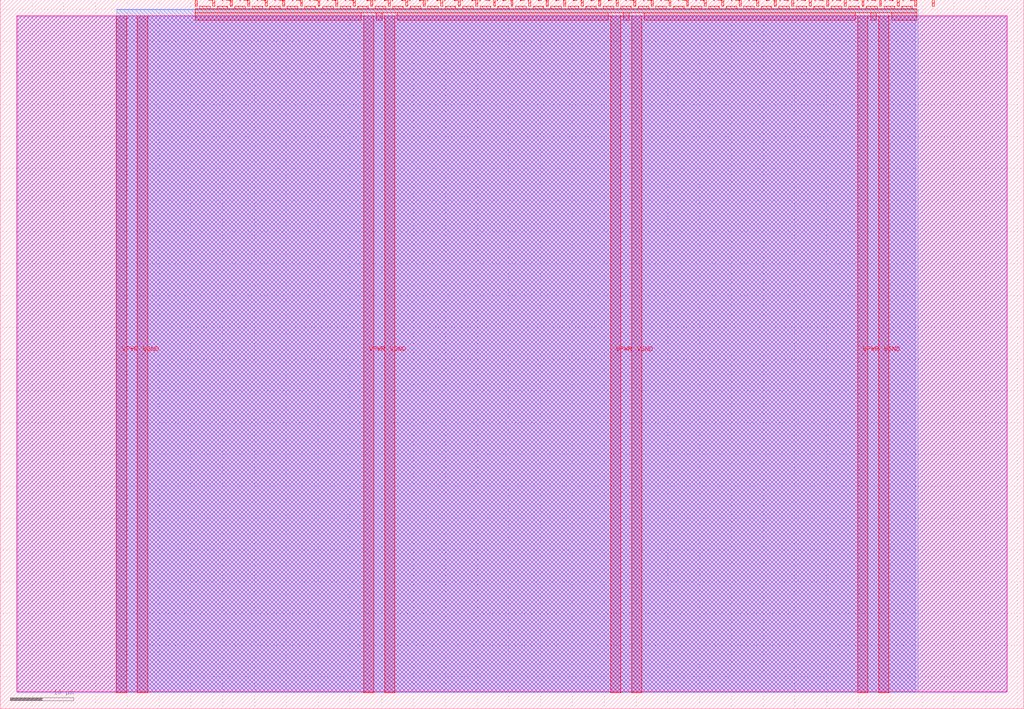
<source format=lef>
VERSION 5.7 ;
  NOWIREEXTENSIONATPIN ON ;
  DIVIDERCHAR "/" ;
  BUSBITCHARS "[]" ;
MACRO tt_um_wokwi_413387224567846913
  CLASS BLOCK ;
  FOREIGN tt_um_wokwi_413387224567846913 ;
  ORIGIN 0.000 0.000 ;
  SIZE 161.000 BY 111.520 ;
  PIN VGND
    DIRECTION INOUT ;
    USE GROUND ;
    PORT
      LAYER met4 ;
        RECT 21.580 2.480 23.180 109.040 ;
    END
    PORT
      LAYER met4 ;
        RECT 60.450 2.480 62.050 109.040 ;
    END
    PORT
      LAYER met4 ;
        RECT 99.320 2.480 100.920 109.040 ;
    END
    PORT
      LAYER met4 ;
        RECT 138.190 2.480 139.790 109.040 ;
    END
  END VGND
  PIN VPWR
    DIRECTION INOUT ;
    USE POWER ;
    PORT
      LAYER met4 ;
        RECT 18.280 2.480 19.880 109.040 ;
    END
    PORT
      LAYER met4 ;
        RECT 57.150 2.480 58.750 109.040 ;
    END
    PORT
      LAYER met4 ;
        RECT 96.020 2.480 97.620 109.040 ;
    END
    PORT
      LAYER met4 ;
        RECT 134.890 2.480 136.490 109.040 ;
    END
  END VPWR
  PIN clk
    DIRECTION INPUT ;
    USE SIGNAL ;
    ANTENNAGATEAREA 0.159000 ;
    PORT
      LAYER met4 ;
        RECT 143.830 110.520 144.130 111.520 ;
    END
  END clk
  PIN ena
    DIRECTION INPUT ;
    USE SIGNAL ;
    PORT
      LAYER met4 ;
        RECT 146.590 110.520 146.890 111.520 ;
    END
  END ena
  PIN rst_n
    DIRECTION INPUT ;
    USE SIGNAL ;
    PORT
      LAYER met4 ;
        RECT 141.070 110.520 141.370 111.520 ;
    END
  END rst_n
  PIN ui_in[0]
    DIRECTION INPUT ;
    USE SIGNAL ;
    PORT
      LAYER met4 ;
        RECT 138.310 110.520 138.610 111.520 ;
    END
  END ui_in[0]
  PIN ui_in[1]
    DIRECTION INPUT ;
    USE SIGNAL ;
    PORT
      LAYER met4 ;
        RECT 135.550 110.520 135.850 111.520 ;
    END
  END ui_in[1]
  PIN ui_in[2]
    DIRECTION INPUT ;
    USE SIGNAL ;
    PORT
      LAYER met4 ;
        RECT 132.790 110.520 133.090 111.520 ;
    END
  END ui_in[2]
  PIN ui_in[3]
    DIRECTION INPUT ;
    USE SIGNAL ;
    PORT
      LAYER met4 ;
        RECT 130.030 110.520 130.330 111.520 ;
    END
  END ui_in[3]
  PIN ui_in[4]
    DIRECTION INPUT ;
    USE SIGNAL ;
    PORT
      LAYER met4 ;
        RECT 127.270 110.520 127.570 111.520 ;
    END
  END ui_in[4]
  PIN ui_in[5]
    DIRECTION INPUT ;
    USE SIGNAL ;
    PORT
      LAYER met4 ;
        RECT 124.510 110.520 124.810 111.520 ;
    END
  END ui_in[5]
  PIN ui_in[6]
    DIRECTION INPUT ;
    USE SIGNAL ;
    PORT
      LAYER met4 ;
        RECT 121.750 110.520 122.050 111.520 ;
    END
  END ui_in[6]
  PIN ui_in[7]
    DIRECTION INPUT ;
    USE SIGNAL ;
    PORT
      LAYER met4 ;
        RECT 118.990 110.520 119.290 111.520 ;
    END
  END ui_in[7]
  PIN uio_in[0]
    DIRECTION INPUT ;
    USE SIGNAL ;
    PORT
      LAYER met4 ;
        RECT 116.230 110.520 116.530 111.520 ;
    END
  END uio_in[0]
  PIN uio_in[1]
    DIRECTION INPUT ;
    USE SIGNAL ;
    PORT
      LAYER met4 ;
        RECT 113.470 110.520 113.770 111.520 ;
    END
  END uio_in[1]
  PIN uio_in[2]
    DIRECTION INPUT ;
    USE SIGNAL ;
    PORT
      LAYER met4 ;
        RECT 110.710 110.520 111.010 111.520 ;
    END
  END uio_in[2]
  PIN uio_in[3]
    DIRECTION INPUT ;
    USE SIGNAL ;
    PORT
      LAYER met4 ;
        RECT 107.950 110.520 108.250 111.520 ;
    END
  END uio_in[3]
  PIN uio_in[4]
    DIRECTION INPUT ;
    USE SIGNAL ;
    PORT
      LAYER met4 ;
        RECT 105.190 110.520 105.490 111.520 ;
    END
  END uio_in[4]
  PIN uio_in[5]
    DIRECTION INPUT ;
    USE SIGNAL ;
    PORT
      LAYER met4 ;
        RECT 102.430 110.520 102.730 111.520 ;
    END
  END uio_in[5]
  PIN uio_in[6]
    DIRECTION INPUT ;
    USE SIGNAL ;
    PORT
      LAYER met4 ;
        RECT 99.670 110.520 99.970 111.520 ;
    END
  END uio_in[6]
  PIN uio_in[7]
    DIRECTION INPUT ;
    USE SIGNAL ;
    PORT
      LAYER met4 ;
        RECT 96.910 110.520 97.210 111.520 ;
    END
  END uio_in[7]
  PIN uio_oe[0]
    DIRECTION OUTPUT ;
    USE SIGNAL ;
    PORT
      LAYER met4 ;
        RECT 49.990 110.520 50.290 111.520 ;
    END
  END uio_oe[0]
  PIN uio_oe[1]
    DIRECTION OUTPUT ;
    USE SIGNAL ;
    PORT
      LAYER met4 ;
        RECT 47.230 110.520 47.530 111.520 ;
    END
  END uio_oe[1]
  PIN uio_oe[2]
    DIRECTION OUTPUT ;
    USE SIGNAL ;
    PORT
      LAYER met4 ;
        RECT 44.470 110.520 44.770 111.520 ;
    END
  END uio_oe[2]
  PIN uio_oe[3]
    DIRECTION OUTPUT ;
    USE SIGNAL ;
    PORT
      LAYER met4 ;
        RECT 41.710 110.520 42.010 111.520 ;
    END
  END uio_oe[3]
  PIN uio_oe[4]
    DIRECTION OUTPUT ;
    USE SIGNAL ;
    PORT
      LAYER met4 ;
        RECT 38.950 110.520 39.250 111.520 ;
    END
  END uio_oe[4]
  PIN uio_oe[5]
    DIRECTION OUTPUT ;
    USE SIGNAL ;
    PORT
      LAYER met4 ;
        RECT 36.190 110.520 36.490 111.520 ;
    END
  END uio_oe[5]
  PIN uio_oe[6]
    DIRECTION OUTPUT ;
    USE SIGNAL ;
    PORT
      LAYER met4 ;
        RECT 33.430 110.520 33.730 111.520 ;
    END
  END uio_oe[6]
  PIN uio_oe[7]
    DIRECTION OUTPUT ;
    USE SIGNAL ;
    PORT
      LAYER met4 ;
        RECT 30.670 110.520 30.970 111.520 ;
    END
  END uio_oe[7]
  PIN uio_out[0]
    DIRECTION OUTPUT ;
    USE SIGNAL ;
    PORT
      LAYER met4 ;
        RECT 72.070 110.520 72.370 111.520 ;
    END
  END uio_out[0]
  PIN uio_out[1]
    DIRECTION OUTPUT ;
    USE SIGNAL ;
    PORT
      LAYER met4 ;
        RECT 69.310 110.520 69.610 111.520 ;
    END
  END uio_out[1]
  PIN uio_out[2]
    DIRECTION OUTPUT ;
    USE SIGNAL ;
    PORT
      LAYER met4 ;
        RECT 66.550 110.520 66.850 111.520 ;
    END
  END uio_out[2]
  PIN uio_out[3]
    DIRECTION OUTPUT ;
    USE SIGNAL ;
    PORT
      LAYER met4 ;
        RECT 63.790 110.520 64.090 111.520 ;
    END
  END uio_out[3]
  PIN uio_out[4]
    DIRECTION OUTPUT ;
    USE SIGNAL ;
    PORT
      LAYER met4 ;
        RECT 61.030 110.520 61.330 111.520 ;
    END
  END uio_out[4]
  PIN uio_out[5]
    DIRECTION OUTPUT ;
    USE SIGNAL ;
    PORT
      LAYER met4 ;
        RECT 58.270 110.520 58.570 111.520 ;
    END
  END uio_out[5]
  PIN uio_out[6]
    DIRECTION OUTPUT ;
    USE SIGNAL ;
    PORT
      LAYER met4 ;
        RECT 55.510 110.520 55.810 111.520 ;
    END
  END uio_out[6]
  PIN uio_out[7]
    DIRECTION OUTPUT ;
    USE SIGNAL ;
    PORT
      LAYER met4 ;
        RECT 52.750 110.520 53.050 111.520 ;
    END
  END uio_out[7]
  PIN uo_out[0]
    DIRECTION OUTPUT ;
    USE SIGNAL ;
    ANTENNADIFFAREA 0.445500 ;
    PORT
      LAYER met4 ;
        RECT 94.150 110.520 94.450 111.520 ;
    END
  END uo_out[0]
  PIN uo_out[1]
    DIRECTION OUTPUT ;
    USE SIGNAL ;
    ANTENNADIFFAREA 0.445500 ;
    PORT
      LAYER met4 ;
        RECT 91.390 110.520 91.690 111.520 ;
    END
  END uo_out[1]
  PIN uo_out[2]
    DIRECTION OUTPUT ;
    USE SIGNAL ;
    ANTENNADIFFAREA 0.445500 ;
    PORT
      LAYER met4 ;
        RECT 88.630 110.520 88.930 111.520 ;
    END
  END uo_out[2]
  PIN uo_out[3]
    DIRECTION OUTPUT ;
    USE SIGNAL ;
    ANTENNADIFFAREA 0.445500 ;
    PORT
      LAYER met4 ;
        RECT 85.870 110.520 86.170 111.520 ;
    END
  END uo_out[3]
  PIN uo_out[4]
    DIRECTION OUTPUT ;
    USE SIGNAL ;
    ANTENNADIFFAREA 0.445500 ;
    PORT
      LAYER met4 ;
        RECT 83.110 110.520 83.410 111.520 ;
    END
  END uo_out[4]
  PIN uo_out[5]
    DIRECTION OUTPUT ;
    USE SIGNAL ;
    ANTENNADIFFAREA 0.445500 ;
    PORT
      LAYER met4 ;
        RECT 80.350 110.520 80.650 111.520 ;
    END
  END uo_out[5]
  PIN uo_out[6]
    DIRECTION OUTPUT ;
    USE SIGNAL ;
    ANTENNADIFFAREA 0.445500 ;
    PORT
      LAYER met4 ;
        RECT 77.590 110.520 77.890 111.520 ;
    END
  END uo_out[6]
  PIN uo_out[7]
    DIRECTION OUTPUT ;
    USE SIGNAL ;
    PORT
      LAYER met4 ;
        RECT 74.830 110.520 75.130 111.520 ;
    END
  END uo_out[7]
  OBS
      LAYER nwell ;
        RECT 2.570 2.635 158.430 108.990 ;
      LAYER li1 ;
        RECT 2.760 2.635 158.240 108.885 ;
      LAYER met1 ;
        RECT 2.760 2.480 158.240 109.040 ;
      LAYER met2 ;
        RECT 18.310 2.535 143.890 110.005 ;
      LAYER met3 ;
        RECT 18.290 2.555 144.370 109.985 ;
      LAYER met4 ;
        RECT 31.370 110.120 33.030 110.520 ;
        RECT 34.130 110.120 35.790 110.520 ;
        RECT 36.890 110.120 38.550 110.520 ;
        RECT 39.650 110.120 41.310 110.520 ;
        RECT 42.410 110.120 44.070 110.520 ;
        RECT 45.170 110.120 46.830 110.520 ;
        RECT 47.930 110.120 49.590 110.520 ;
        RECT 50.690 110.120 52.350 110.520 ;
        RECT 53.450 110.120 55.110 110.520 ;
        RECT 56.210 110.120 57.870 110.520 ;
        RECT 58.970 110.120 60.630 110.520 ;
        RECT 61.730 110.120 63.390 110.520 ;
        RECT 64.490 110.120 66.150 110.520 ;
        RECT 67.250 110.120 68.910 110.520 ;
        RECT 70.010 110.120 71.670 110.520 ;
        RECT 72.770 110.120 74.430 110.520 ;
        RECT 75.530 110.120 77.190 110.520 ;
        RECT 78.290 110.120 79.950 110.520 ;
        RECT 81.050 110.120 82.710 110.520 ;
        RECT 83.810 110.120 85.470 110.520 ;
        RECT 86.570 110.120 88.230 110.520 ;
        RECT 89.330 110.120 90.990 110.520 ;
        RECT 92.090 110.120 93.750 110.520 ;
        RECT 94.850 110.120 96.510 110.520 ;
        RECT 97.610 110.120 99.270 110.520 ;
        RECT 100.370 110.120 102.030 110.520 ;
        RECT 103.130 110.120 104.790 110.520 ;
        RECT 105.890 110.120 107.550 110.520 ;
        RECT 108.650 110.120 110.310 110.520 ;
        RECT 111.410 110.120 113.070 110.520 ;
        RECT 114.170 110.120 115.830 110.520 ;
        RECT 116.930 110.120 118.590 110.520 ;
        RECT 119.690 110.120 121.350 110.520 ;
        RECT 122.450 110.120 124.110 110.520 ;
        RECT 125.210 110.120 126.870 110.520 ;
        RECT 127.970 110.120 129.630 110.520 ;
        RECT 130.730 110.120 132.390 110.520 ;
        RECT 133.490 110.120 135.150 110.520 ;
        RECT 136.250 110.120 137.910 110.520 ;
        RECT 139.010 110.120 140.670 110.520 ;
        RECT 141.770 110.120 143.430 110.520 ;
        RECT 30.655 109.440 144.145 110.120 ;
        RECT 30.655 108.295 56.750 109.440 ;
        RECT 59.150 108.295 60.050 109.440 ;
        RECT 62.450 108.295 95.620 109.440 ;
        RECT 98.020 108.295 98.920 109.440 ;
        RECT 101.320 108.295 134.490 109.440 ;
        RECT 136.890 108.295 137.790 109.440 ;
        RECT 140.190 108.295 144.145 109.440 ;
  END
END tt_um_wokwi_413387224567846913
END LIBRARY


</source>
